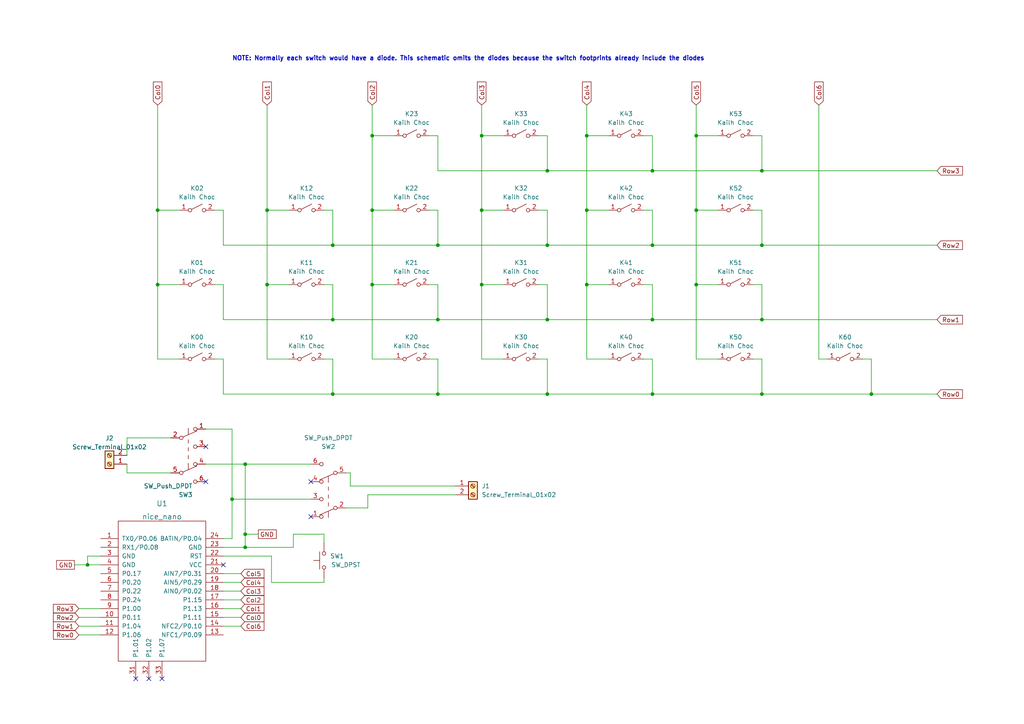
<source format=kicad_sch>
(kicad_sch (version 20211123) (generator eeschema)
  (paper "A4")
  (lib_symbols
    (symbol "Connector:Screw_Terminal_01x02" (pin_names (offset 1.016) hide)
      (property "Reference" "J" (at 0 2.54 0))
      (property "Value" "Screw_Terminal_01x02" (at 0 -5.08 0))
      (symbol "Screw_Terminal_01x02_1_1"
        (rectangle (start -1.27 1.27) (end 1.27 -3.81) (stroke (width 0.254)) (fill (type background)))
        (circle (center 0 -2.54) (radius 0.635) (stroke (width 0.1524)))
        (polyline (pts (xy -0.5334 -2.2098) (xy 0.3302 -3.048)) (stroke (width 0.1524)))
        (polyline (pts (xy -0.5334 0.3302) (xy 0.3302 -0.508)) (stroke (width 0.1524)))
        (polyline (pts (xy -0.3556 -2.032) (xy 0.508 -2.8702)) (stroke (width 0.1524)))
        (polyline (pts (xy -0.3556 0.508) (xy 0.508 -0.3302)) (stroke (width 0.1524)))
        (circle (center 0 0) (radius 0.635) (stroke (width 0.1524)))
        (pin passive line (at -5.08 0 0) (length 3.81) (name "Pin_1") (number "1"))
        (pin passive line (at -5.08 -2.54 0) (length 3.81) (name "Pin_2") (number "2"))
      )
    )
    (symbol "Switch:SW_Push" (pin_numbers hide) (pin_names (offset 1.016) hide)
      (property "Reference" "SW" (at 1.27 2.54 0))
      (property "Value" "SW_Push" (at 0 -1.524 0))
      (symbol "SW_Push_0_1"
        (circle (center -2.032 0) (radius 0.508))
        (polyline (pts (xy 0 1.27) (xy 0 3.048)))
        (polyline (pts (xy 2.54 1.27) (xy -2.54 1.27)))
        (circle (center 2.032 0) (radius 0.508))
        (pin passive line (at -5.08 0 0) (length 2.54) (name "1") (number "1"))
        (pin passive line (at 5.08 0 180) (length 2.54) (name "2") (number "2"))
      )
    )
    (symbol "Switch:SW_Push_DPDT" (pin_names (offset 0) hide)
      (property "Reference" "SW" (at 0 8.89 0))
      (property "Value" "SW_Push_DPDT" (at 0 -10.16 0))
      (symbol "SW_Push_DPDT_0_0"
        (circle (center -2.032 -5.08) (radius 0.508))
        (circle (center -2.032 5.08) (radius 0.508))
        (circle (center 2.032 -7.62) (radius 0.508))
        (circle (center 2.032 2.54) (radius 0.508))
      )
      (symbol "SW_Push_DPDT_0_1"
        (polyline (pts (xy -1.524 -4.826) (xy 2.54 -3.048)))
        (polyline (pts (xy -1.524 5.334) (xy 2.54 7.112)))
        (polyline (pts (xy 0 -2.286) (xy 0 -4.064)))
        (polyline (pts (xy 0 -1.016) (xy 0 0)))
        (polyline (pts (xy 0 1.27) (xy 0 2.286)))
        (polyline (pts (xy 0 3.556) (xy 0 4.572)))
        (polyline (pts (xy 0 7.874) (xy 0 6.096)))
        (circle (center 2.032 -2.54) (radius 0.508))
        (circle (center 2.032 7.62) (radius 0.508))
      )
      (symbol "SW_Push_DPDT_1_1"
        (pin passive line (at 5.08 7.62 180) (length 2.54) (name "A") (number "1"))
        (pin passive line (at -5.08 5.08 0) (length 2.54) (name "B") (number "2"))
        (pin passive line (at 5.08 2.54 180) (length 2.54) (name "C") (number "3"))
        (pin passive line (at 5.08 -2.54 180) (length 2.54) (name "A") (number "4"))
        (pin passive line (at -5.08 -5.08 0) (length 2.54) (name "B") (number "5"))
        (pin passive line (at 5.08 -7.62 180) (length 2.54) (name "C") (number "6"))
      )
    )
    (symbol "Switch:SW_SPST" (pin_names (offset 0) hide)
      (property "Reference" "SW" (at 0 3.175 0))
      (property "Value" "SW_SPST" (at 0 -2.54 0))
      (symbol "SW_SPST_0_0"
        (circle (center -2.032 0) (radius 0.508))
        (polyline (pts (xy -1.524 0.254) (xy 1.524 1.778)))
        (circle (center 2.032 0) (radius 0.508))
      )
      (symbol "SW_SPST_1_1"
        (pin passive line (at -5.08 0 0) (length 2.54) (name "A") (number "1"))
        (pin passive line (at 5.08 0 180) (length 2.54) (name "B") (number "2"))
      )
    )
    (symbol "nice_nano:nice_nano" (pin_names (offset 1.016))
      (property "Reference" "U" (at 0 0 0))
      (property "Value" "nice_nano" (at 0 2.54 0))
      (symbol "nice_nano_0_1"
        (rectangle (start -12.7 -21.59) (end 12.7 19.05))
      )
      (symbol "nice_nano_1_1"
        (pin input line (at -17.78 13.97 0) (length 5.08) (name "TX0/P0.06") (number "1"))
        (pin input line (at -17.78 -8.89 0) (length 5.08) (name "P0.11") (number "10"))
        (pin input line (at -17.78 -11.43 0) (length 5.08) (name "P1.04") (number "11"))
        (pin input line (at -17.78 -13.97 0) (length 5.08) (name "P1.06") (number "12"))
        (pin input line (at 17.78 -13.97 180) (length 5.08) (name "NFC1/P0.09") (number "13"))
        (pin input line (at 17.78 -11.43 180) (length 5.08) (name "NFC2/P0.10") (number "14"))
        (pin input line (at 17.78 -8.89 180) (length 5.08) (name "P1.11") (number "15"))
        (pin input line (at 17.78 -6.35 180) (length 5.08) (name "P1.13") (number "16"))
        (pin input line (at 17.78 -3.81 180) (length 5.08) (name "P1.15") (number "17"))
        (pin input line (at 17.78 -1.27 180) (length 5.08) (name "AIN0/P0.02") (number "18"))
        (pin input line (at 17.78 1.27 180) (length 5.08) (name "AIN5/P0.29") (number "19"))
        (pin input line (at -17.78 11.43 0) (length 5.08) (name "RX1/P0.08") (number "2"))
        (pin input line (at 17.78 3.81 180) (length 5.08) (name "AIN7/P0.31") (number "20"))
        (pin input line (at 17.78 6.35 180) (length 5.08) (name "VCC") (number "21"))
        (pin input line (at 17.78 8.89 180) (length 5.08) (name "RST") (number "22"))
        (pin input line (at 17.78 11.43 180) (length 5.08) (name "GND") (number "23"))
        (pin input line (at 17.78 13.97 180) (length 5.08) (name "BATIN/P0.04") (number "24"))
        (pin input line (at -17.78 8.89 0) (length 5.08) (name "GND") (number "3"))
        (pin input line (at -7.62 -26.67 90) (length 5.08) (name "P1.01") (number "31"))
        (pin input line (at -3.81 -26.67 90) (length 5.08) (name "P1.02") (number "32"))
        (pin input line (at 0 -26.67 90) (length 5.08) (name "P1.07") (number "33"))
        (pin input line (at -17.78 6.35 0) (length 5.08) (name "GND") (number "4"))
        (pin input line (at -17.78 3.81 0) (length 5.08) (name "P0.17") (number "5"))
        (pin input line (at -17.78 1.27 0) (length 5.08) (name "P0.20") (number "6"))
        (pin input line (at -17.78 -1.27 0) (length 5.08) (name "P0.22") (number "7"))
        (pin input line (at -17.78 -3.81 0) (length 5.08) (name "P0.24") (number "8"))
        (pin input line (at -17.78 -6.35 0) (length 5.08) (name "P1.00") (number "9"))
      )
    )
  )
  (junction (at 107.95 82.55))
  (junction (at 139.7 60.96))
  (junction (at 252.73 114.3))
  (junction (at 220.98 92.71))
  (junction (at 71.12 154.94))
  (junction (at 189.23 114.3))
  (junction (at 158.75 71.12))
  (junction (at 71.12 158.75))
  (junction (at 71.12 134.62))
  (junction (at 201.93 60.96))
  (junction (at 96.52 114.3))
  (junction (at 127 71.12))
  (junction (at 220.98 49.53))
  (junction (at 127 114.3))
  (junction (at 25.4 163.83))
  (junction (at 107.95 60.96))
  (junction (at 96.52 71.12))
  (junction (at 189.23 71.12))
  (junction (at 158.75 114.3))
  (junction (at 170.18 82.55))
  (junction (at 189.23 49.53))
  (junction (at 189.23 92.71))
  (junction (at 96.52 92.71))
  (junction (at 158.75 49.53))
  (junction (at 127 92.71))
  (junction (at 201.93 39.37))
  (junction (at 220.98 114.3))
  (junction (at 201.93 82.55))
  (junction (at 67.31 144.78))
  (junction (at 139.7 39.37))
  (junction (at 170.18 39.37))
  (junction (at 77.47 60.96))
  (junction (at 45.72 60.96))
  (junction (at 220.98 71.12))
  (junction (at 45.72 82.55))
  (junction (at 107.95 39.37))
  (junction (at 139.7 82.55))
  (junction (at 77.47 82.55))
  (junction (at 158.75 92.71))
  (junction (at 170.18 60.96))
  (no_connect (at 90.17 149.86))
  (no_connect (at 90.17 139.7))
  (no_connect (at 59.69 129.54))
  (no_connect (at 59.69 139.7))
  (no_connect (at 64.77 163.83))
  (no_connect (at 46.99 196.85))
  (no_connect (at 43.18 196.85))
  (no_connect (at 39.37 196.85))
  (wire (pts (xy 101.6 140.97) (xy 101.6 137.16)))
  (wire (pts (xy 237.49 30.48) (xy 237.49 104.14)))
  (wire (pts (xy 90.17 134.62) (xy 71.12 134.62)))
  (wire (pts (xy 45.72 30.48) (xy 45.72 60.96)))
  (wire (pts (xy 77.47 60.96) (xy 83.82 60.96)))
  (wire (pts (xy 220.98 104.14) (xy 220.98 114.3)))
  (wire (pts (xy 25.4 163.83) (xy 29.21 163.83)))
  (wire (pts (xy 158.75 39.37) (xy 156.21 39.37)))
  (wire (pts (xy 93.98 154.94) (xy 85.09 154.94)))
  (wire (pts (xy 170.18 39.37) (xy 176.53 39.37)))
  (wire (pts (xy 64.77 92.71) (xy 96.52 92.71)))
  (wire (pts (xy 252.73 104.14) (xy 252.73 114.3)))
  (wire (pts (xy 107.95 39.37) (xy 107.95 60.96)))
  (wire (pts (xy 170.18 104.14) (xy 176.53 104.14)))
  (wire (pts (xy 158.75 92.71) (xy 189.23 92.71)))
  (wire (pts (xy 25.4 161.29) (xy 25.4 163.83)))
  (wire (pts (xy 107.95 60.96) (xy 107.95 82.55)))
  (wire (pts (xy 96.52 104.14) (xy 96.52 114.3)))
  (wire (pts (xy 77.47 30.48) (xy 77.47 60.96)))
  (wire (pts (xy 189.23 60.96) (xy 189.23 71.12)))
  (wire (pts (xy 96.52 60.96) (xy 93.98 60.96)))
  (wire (pts (xy 170.18 30.48) (xy 170.18 39.37)))
  (wire (pts (xy 36.83 137.16) (xy 36.83 134.62)))
  (wire (pts (xy 127 92.71) (xy 158.75 92.71)))
  (wire (pts (xy 220.98 114.3) (xy 252.73 114.3)))
  (wire (pts (xy 64.77 71.12) (xy 96.52 71.12)))
  (wire (pts (xy 64.77 179.07) (xy 69.85 179.07)))
  (wire (pts (xy 189.23 60.96) (xy 186.69 60.96)))
  (wire (pts (xy 67.31 156.21) (xy 64.77 156.21)))
  (wire (pts (xy 106.68 143.51) (xy 132.08 143.51)))
  (wire (pts (xy 49.53 137.16) (xy 36.83 137.16)))
  (wire (pts (xy 220.98 82.55) (xy 220.98 92.71)))
  (wire (pts (xy 64.77 82.55) (xy 62.23 82.55)))
  (wire (pts (xy 106.68 143.51) (xy 106.68 147.32)))
  (wire (pts (xy 252.73 114.3) (xy 271.78 114.3)))
  (wire (pts (xy 220.98 39.37) (xy 220.98 49.53)))
  (wire (pts (xy 220.98 82.55) (xy 218.44 82.55)))
  (wire (pts (xy 77.47 104.14) (xy 83.82 104.14)))
  (wire (pts (xy 189.23 71.12) (xy 220.98 71.12)))
  (wire (pts (xy 71.12 158.75) (xy 71.12 154.94)))
  (wire (pts (xy 170.18 60.96) (xy 170.18 82.55)))
  (wire (pts (xy 127 82.55) (xy 127 92.71)))
  (wire (pts (xy 64.77 176.53) (xy 69.85 176.53)))
  (wire (pts (xy 64.77 171.45) (xy 69.85 171.45)))
  (wire (pts (xy 139.7 82.55) (xy 139.7 104.14)))
  (wire (pts (xy 64.77 82.55) (xy 64.77 92.71)))
  (wire (pts (xy 189.23 39.37) (xy 189.23 49.53)))
  (wire (pts (xy 220.98 92.71) (xy 271.78 92.71)))
  (wire (pts (xy 22.86 184.15) (xy 29.21 184.15)))
  (wire (pts (xy 220.98 39.37) (xy 218.44 39.37)))
  (wire (pts (xy 59.69 124.46) (xy 67.31 124.46)))
  (wire (pts (xy 189.23 114.3) (xy 220.98 114.3)))
  (wire (pts (xy 170.18 60.96) (xy 176.53 60.96)))
  (wire (pts (xy 201.93 60.96) (xy 201.93 82.55)))
  (wire (pts (xy 49.53 127) (xy 36.83 127)))
  (wire (pts (xy 139.7 39.37) (xy 139.7 60.96)))
  (wire (pts (xy 127 114.3) (xy 158.75 114.3)))
  (wire (pts (xy 45.72 60.96) (xy 52.07 60.96)))
  (wire (pts (xy 96.52 60.96) (xy 96.52 71.12)))
  (wire (pts (xy 64.77 161.29) (xy 78.74 161.29)))
  (wire (pts (xy 139.7 30.48) (xy 139.7 39.37)))
  (wire (pts (xy 158.75 71.12) (xy 189.23 71.12)))
  (wire (pts (xy 170.18 39.37) (xy 170.18 60.96)))
  (wire (pts (xy 127 82.55) (xy 124.46 82.55)))
  (wire (pts (xy 29.21 161.29) (xy 25.4 161.29)))
  (wire (pts (xy 127 104.14) (xy 127 114.3)))
  (wire (pts (xy 170.18 82.55) (xy 170.18 104.14)))
  (wire (pts (xy 127 60.96) (xy 127 71.12)))
  (wire (pts (xy 189.23 92.71) (xy 220.98 92.71)))
  (wire (pts (xy 201.93 82.55) (xy 201.93 104.14)))
  (wire (pts (xy 93.98 157.48) (xy 93.98 154.94)))
  (wire (pts (xy 101.6 140.97) (xy 132.08 140.97)))
  (wire (pts (xy 78.74 168.91) (xy 93.98 168.91)))
  (wire (pts (xy 64.77 114.3) (xy 96.52 114.3)))
  (wire (pts (xy 220.98 60.96) (xy 220.98 71.12)))
  (wire (pts (xy 77.47 82.55) (xy 83.82 82.55)))
  (wire (pts (xy 107.95 60.96) (xy 114.3 60.96)))
  (wire (pts (xy 67.31 124.46) (xy 67.31 144.78)))
  (wire (pts (xy 127 49.53) (xy 158.75 49.53)))
  (wire (pts (xy 22.86 176.53) (xy 29.21 176.53)))
  (wire (pts (xy 220.98 71.12) (xy 271.78 71.12)))
  (wire (pts (xy 107.95 39.37) (xy 114.3 39.37)))
  (wire (pts (xy 139.7 39.37) (xy 146.05 39.37)))
  (wire (pts (xy 71.12 154.94) (xy 74.93 154.94)))
  (wire (pts (xy 158.75 104.14) (xy 158.75 114.3)))
  (wire (pts (xy 64.77 60.96) (xy 62.23 60.96)))
  (wire (pts (xy 45.72 104.14) (xy 52.07 104.14)))
  (wire (pts (xy 71.12 134.62) (xy 71.12 154.94)))
  (wire (pts (xy 201.93 82.55) (xy 208.28 82.55)))
  (wire (pts (xy 201.93 39.37) (xy 201.93 60.96)))
  (wire (pts (xy 201.93 60.96) (xy 208.28 60.96)))
  (wire (pts (xy 96.52 82.55) (xy 96.52 92.71)))
  (wire (pts (xy 158.75 49.53) (xy 189.23 49.53)))
  (wire (pts (xy 93.98 167.64) (xy 93.98 168.91)))
  (wire (pts (xy 64.77 104.14) (xy 64.77 114.3)))
  (wire (pts (xy 189.23 104.14) (xy 186.69 104.14)))
  (wire (pts (xy 64.77 166.37) (xy 69.85 166.37)))
  (wire (pts (xy 189.23 104.14) (xy 189.23 114.3)))
  (wire (pts (xy 25.4 163.83) (xy 21.59 163.83)))
  (wire (pts (xy 201.93 39.37) (xy 208.28 39.37)))
  (wire (pts (xy 64.77 60.96) (xy 64.77 71.12)))
  (wire (pts (xy 189.23 82.55) (xy 186.69 82.55)))
  (wire (pts (xy 45.72 82.55) (xy 45.72 104.14)))
  (wire (pts (xy 139.7 60.96) (xy 139.7 82.55)))
  (wire (pts (xy 100.33 147.32) (xy 106.68 147.32)))
  (wire (pts (xy 59.69 134.62) (xy 71.12 134.62)))
  (wire (pts (xy 158.75 39.37) (xy 158.75 49.53)))
  (wire (pts (xy 78.74 161.29) (xy 78.74 168.91)))
  (wire (pts (xy 100.33 137.16) (xy 101.6 137.16)))
  (wire (pts (xy 139.7 104.14) (xy 146.05 104.14)))
  (wire (pts (xy 45.72 60.96) (xy 45.72 82.55)))
  (wire (pts (xy 189.23 39.37) (xy 186.69 39.37)))
  (wire (pts (xy 158.75 82.55) (xy 158.75 92.71)))
  (wire (pts (xy 158.75 60.96) (xy 156.21 60.96)))
  (wire (pts (xy 127 39.37) (xy 124.46 39.37)))
  (wire (pts (xy 96.52 92.71) (xy 127 92.71)))
  (wire (pts (xy 220.98 60.96) (xy 218.44 60.96)))
  (wire (pts (xy 107.95 82.55) (xy 107.95 104.14)))
  (wire (pts (xy 96.52 82.55) (xy 93.98 82.55)))
  (wire (pts (xy 96.52 104.14) (xy 93.98 104.14)))
  (wire (pts (xy 77.47 82.55) (xy 77.47 104.14)))
  (wire (pts (xy 107.95 30.48) (xy 107.95 39.37)))
  (wire (pts (xy 96.52 71.12) (xy 127 71.12)))
  (wire (pts (xy 64.77 168.91) (xy 69.85 168.91)))
  (wire (pts (xy 158.75 82.55) (xy 156.21 82.55)))
  (wire (pts (xy 158.75 114.3) (xy 189.23 114.3)))
  (wire (pts (xy 22.86 181.61) (xy 29.21 181.61)))
  (wire (pts (xy 22.86 179.07) (xy 29.21 179.07)))
  (wire (pts (xy 189.23 49.53) (xy 220.98 49.53)))
  (wire (pts (xy 85.09 154.94) (xy 85.09 158.75)))
  (wire (pts (xy 107.95 82.55) (xy 114.3 82.55)))
  (wire (pts (xy 71.12 158.75) (xy 85.09 158.75)))
  (wire (pts (xy 127 39.37) (xy 127 49.53)))
  (wire (pts (xy 220.98 49.53) (xy 271.78 49.53)))
  (wire (pts (xy 45.72 82.55) (xy 52.07 82.55)))
  (wire (pts (xy 220.98 104.14) (xy 218.44 104.14)))
  (wire (pts (xy 127 60.96) (xy 124.46 60.96)))
  (wire (pts (xy 127 71.12) (xy 158.75 71.12)))
  (wire (pts (xy 127 104.14) (xy 124.46 104.14)))
  (wire (pts (xy 67.31 144.78) (xy 90.17 144.78)))
  (wire (pts (xy 139.7 82.55) (xy 146.05 82.55)))
  (wire (pts (xy 189.23 82.55) (xy 189.23 92.71)))
  (wire (pts (xy 252.73 104.14) (xy 250.19 104.14)))
  (wire (pts (xy 237.49 104.14) (xy 240.03 104.14)))
  (wire (pts (xy 77.47 60.96) (xy 77.47 82.55)))
  (wire (pts (xy 36.83 127) (xy 36.83 132.08)))
  (wire (pts (xy 64.77 173.99) (xy 69.85 173.99)))
  (wire (pts (xy 158.75 104.14) (xy 156.21 104.14)))
  (wire (pts (xy 201.93 30.48) (xy 201.93 39.37)))
  (wire (pts (xy 158.75 60.96) (xy 158.75 71.12)))
  (wire (pts (xy 64.77 104.14) (xy 62.23 104.14)))
  (wire (pts (xy 67.31 144.78) (xy 67.31 156.21)))
  (wire (pts (xy 64.77 181.61) (xy 69.85 181.61)))
  (wire (pts (xy 139.7 60.96) (xy 146.05 60.96)))
  (wire (pts (xy 170.18 82.55) (xy 176.53 82.55)))
  (wire (pts (xy 96.52 114.3) (xy 127 114.3)))
  (wire (pts (xy 64.77 158.75) (xy 71.12 158.75)))
  (wire (pts (xy 201.93 104.14) (xy 208.28 104.14)))
  (wire (pts (xy 107.95 104.14) (xy 114.3 104.14)))
  (text "NOTE: Normally each switch would have a diode. This schematic omits the diodes because the switch footprints already include the diodes" (at 67.31 17.78 0) (effects (font (size 1.27 1.27) (thickness 0.254) bold) (justify left bottom)))
  (global_label "Row2" (shape input) (at 271.78 71.12 0) (property "Intersheet References" "${INTERSHEET_REFS}" (effects hide)))
  (global_label "Col2" (shape input) (at 107.95 30.48 90) (property "Intersheet References" "${INTERSHEET_REFS}" (effects hide)))
  (global_label "Row3" (shape input) (at 22.86 176.53 180) (property "Intersheet References" "${INTERSHEET_REFS}" (effects hide)))
  (global_label "Col4" (shape input) (at 69.85 168.91 0) (property "Intersheet References" "${INTERSHEET_REFS}" (effects hide)))
  (global_label "Col4" (shape input) (at 170.18 30.48 90) (property "Intersheet References" "${INTERSHEET_REFS}" (effects hide)))
  (global_label "Col0" (shape input) (at 69.85 179.07 0) (property "Intersheet References" "${INTERSHEET_REFS}" (effects hide)))
  (global_label "Row0" (shape input) (at 22.86 184.15 180) (property "Intersheet References" "${INTERSHEET_REFS}" (effects hide)))
  (global_label "Col5" (shape input) (at 69.85 166.37 0) (property "Intersheet References" "${INTERSHEET_REFS}" (effects hide)))
  (global_label "Col1" (shape input) (at 77.47 30.48 90) (property "Intersheet References" "${INTERSHEET_REFS}" (effects hide)))
  (global_label "Col0" (shape input) (at 45.72 30.48 90) (property "Intersheet References" "${INTERSHEET_REFS}" (effects hide)))
  (global_label "Col2" (shape input) (at 69.85 173.99 0) (property "Intersheet References" "${INTERSHEET_REFS}" (effects hide)))
  (global_label "GND" (shape passive) (at 21.59 163.83 180) (property "Intersheet References" "${INTERSHEET_REFS}" (effects hide)))
  (global_label "Row0" (shape input) (at 271.78 114.3 0) (property "Intersheet References" "${INTERSHEET_REFS}" (effects hide)))
  (global_label "Col6" (shape input) (at 237.49 30.48 90) (property "Intersheet References" "${INTERSHEET_REFS}" (effects hide)))
  (global_label "Col3" (shape input) (at 139.7 30.48 90) (property "Intersheet References" "${INTERSHEET_REFS}" (effects hide)))
  (global_label "Col5" (shape input) (at 201.93 30.48 90) (property "Intersheet References" "${INTERSHEET_REFS}" (effects hide)))
  (global_label "Col6" (shape input) (at 69.85 181.61 0) (property "Intersheet References" "${INTERSHEET_REFS}" (effects hide)))
  (global_label "Row2" (shape input) (at 22.86 179.07 180) (property "Intersheet References" "${INTERSHEET_REFS}" (effects hide)))
  (global_label "GND" (shape passive) (at 74.93 154.94 0) (property "Intersheet References" "${INTERSHEET_REFS}" (effects hide)))
  (global_label "Row1" (shape input) (at 22.86 181.61 180) (property "Intersheet References" "${INTERSHEET_REFS}" (effects hide)))
  (global_label "Row1" (shape input) (at 271.78 92.71 0) (property "Intersheet References" "${INTERSHEET_REFS}" (effects hide)))
  (global_label "Row3" (shape input) (at 271.78 49.53 0) (property "Intersheet References" "${INTERSHEET_REFS}" (effects hide)))
  (global_label "Col3" (shape input) (at 69.85 171.45 0) (property "Intersheet References" "${INTERSHEET_REFS}" (effects hide)))
  (global_label "Col1" (shape input) (at 69.85 176.53 0) (property "Intersheet References" "${INTERSHEET_REFS}" (effects hide)))
  (symbol (lib_id "Switch:SW_SPST") (at 151.13 104.14 0) (unit 1)
    (property "Reference" "K30" (at 151.13 97.79 0))
    (property "Value" "Kailh Choc" (at 151.13 100.33 0))
    (property "Footprint" "lib:Kailh_socket_PG1350_reversible" (effects hide))
  )
  (symbol (lib_id "Switch:SW_SPST") (at 57.15 104.14 0) (unit 1)
    (property "Reference" "K00" (at 57.15 97.79 0))
    (property "Value" "Kailh Choc" (at 57.15 100.33 0))
    (property "Footprint" "lib:Kailh_socket_PG1350_reversible" (effects hide))
  )
  (symbol (lib_id "Switch:SW_SPST") (at 213.36 82.55 0) (unit 1)
    (property "Reference" "K51" (at 213.36 76.2 0))
    (property "Value" "Kailh Choc" (at 213.36 78.74 0))
    (property "Footprint" "lib:Kailh_socket_PG1350_reversible" (effects hide))
  )
  (symbol (lib_id "Switch:SW_Push_DPDT") (at 54.61 132.08 0) (unit 1)
    (property "Reference" "SW3" (at 55.88 143.51 0) (effects (justify right)))
    (property "Value" "SW_Push_DPDT" (at 55.8799 140.97 0) (effects (justify right)))
    (property "Footprint" "lib:SW_JS202011SCQN (Reverse Mount)" (effects hide))
  )
  (symbol (lib_id "Switch:SW_SPST") (at 151.13 39.37 0) (unit 1)
    (property "Reference" "K33" (at 151.13 33.02 0))
    (property "Value" "Kailh Choc" (at 151.13 35.56 0))
    (property "Footprint" "lib:Kailh_socket_PG1350_reversible" (effects hide))
  )
  (symbol (lib_id "Switch:SW_SPST") (at 213.36 60.96 0) (unit 1)
    (property "Reference" "K52" (at 213.36 54.61 0))
    (property "Value" "Kailh Choc" (at 213.36 57.15 0))
    (property "Footprint" "lib:Kailh_socket_PG1350_reversible" (effects hide))
  )
  (symbol (lib_id "Switch:SW_SPST") (at 119.38 60.96 0) (unit 1)
    (property "Reference" "K22" (at 119.38 54.61 0))
    (property "Value" "Kailh Choc" (at 119.38 57.15 0))
    (property "Footprint" "lib:Kailh_socket_PG1350_reversible" (effects hide))
  )
  (symbol (lib_id "Connector:Screw_Terminal_01x02") (at 31.75 134.62 180) (unit 1)
    (property "Reference" "J2" (at 31.75 127.1102 0))
    (property "Value" "Screw_Terminal_01x02" (at 31.75 129.6471 0))
    (property "Footprint" "lib:BM02B-ACHSS-GAN-ETF" (effects hide))
    (property "Datasheet" "https://www.jst-mfg.com/product/pdf/eng/ePH.pdf" (effects hide))
  )
  (symbol (lib_id "Switch:SW_SPST") (at 181.61 82.55 0) (unit 1)
    (property "Reference" "K41" (at 181.61 76.2 0))
    (property "Value" "Kailh Choc" (at 181.61 78.74 0))
    (property "Footprint" "lib:Kailh_socket_PG1350_reversible" (effects hide))
  )
  (symbol (lib_id "Switch:SW_SPST") (at 181.61 39.37 0) (unit 1)
    (property "Reference" "K43" (at 181.61 33.02 0))
    (property "Value" "Kailh Choc" (at 181.61 35.56 0))
    (property "Footprint" "lib:Kailh_socket_PG1350_reversible" (effects hide))
  )
  (symbol (lib_id "Switch:SW_SPST") (at 119.38 104.14 0) (unit 1)
    (property "Reference" "K20" (at 119.38 97.79 0))
    (property "Value" "Kailh Choc" (at 119.38 100.33 0))
    (property "Footprint" "lib:Kailh_socket_PG1350_reversible" (effects hide))
  )
  (symbol (lib_id "nice_nano:nice_nano") (at 46.99 170.18 0) (unit 1)
    (property "Reference" "U1" (at 46.99 146.05 0) (effects (font (size 1.524 1.524))))
    (property "Value" "nice_nano" (at 46.99 149.86 0) (effects (font (size 1.524 1.524))))
    (property "Footprint" "Package_DIP:DIP-24_W15.24mm_Socket" (effects hide))
  )
  (symbol (lib_id "Switch:SW_SPST") (at 57.15 60.96 0) (unit 1)
    (property "Reference" "K02" (at 57.15 54.61 0))
    (property "Value" "Kailh Choc" (at 57.15 57.15 0))
    (property "Footprint" "lib:Kailh_socket_PG1350_reversible" (effects hide))
  )
  (symbol (lib_id "Switch:SW_SPST") (at 151.13 82.55 0) (unit 1)
    (property "Reference" "K31" (at 151.13 76.2 0))
    (property "Value" "Kailh Choc" (at 151.13 78.74 0))
    (property "Footprint" "lib:Kailh_socket_PG1350_reversible" (effects hide))
  )
  (symbol (lib_id "Switch:SW_SPST") (at 213.36 39.37 0) (unit 1)
    (property "Reference" "K53" (at 213.36 33.02 0))
    (property "Value" "Kailh Choc" (at 213.36 35.56 0))
    (property "Footprint" "lib:Kailh_socket_PG1350_reversible" (effects hide))
  )
  (symbol (lib_id "Connector:Screw_Terminal_01x02") (at 137.16 140.97 0) (unit 1)
    (property "Reference" "J1" (at 139.7 140.9699 0) (effects (justify left)))
    (property "Value" "Screw_Terminal_01x02" (at 139.7 143.5099 0) (effects (justify left)))
    (property "Footprint" "lib:BM02B-ACHSS-GAN-ETF" (effects hide))
    (property "Datasheet" "https://www.jst-mfg.com/product/pdf/eng/ePH.pdf" (effects hide))
  )
  (symbol (lib_id "Switch:SW_SPST") (at 213.36 104.14 0) (unit 1)
    (property "Reference" "K50" (at 213.36 97.79 0))
    (property "Value" "Kailh Choc" (at 213.36 100.33 0))
    (property "Footprint" "lib:Kailh_socket_PG1350_reversible" (effects hide))
  )
  (symbol (lib_id "Switch:SW_SPST") (at 119.38 39.37 0) (unit 1)
    (property "Reference" "K23" (at 119.38 33.02 0))
    (property "Value" "Kailh Choc" (at 119.38 35.56 0))
    (property "Footprint" "lib:Kailh_socket_PG1350_reversible" (effects hide))
  )
  (symbol (lib_id "Switch:SW_SPST") (at 88.9 82.55 0) (unit 1)
    (property "Reference" "K11" (at 88.9 76.2 0))
    (property "Value" "Kailh Choc" (at 88.9 78.74 0))
    (property "Footprint" "lib:Kailh_socket_PG1350_reversible" (effects hide))
  )
  (symbol (lib_id "Switch:SW_SPST") (at 88.9 60.96 0) (unit 1)
    (property "Reference" "K12" (at 88.9 54.61 0))
    (property "Value" "Kailh Choc" (at 88.9 57.15 0))
    (property "Footprint" "lib:Kailh_socket_PG1350_reversible" (effects hide))
  )
  (symbol (lib_id "Switch:SW_SPST") (at 119.38 82.55 0) (unit 1)
    (property "Reference" "K21" (at 119.38 76.2 0))
    (property "Value" "Kailh Choc" (at 119.38 78.74 0))
    (property "Footprint" "lib:Kailh_socket_PG1350_reversible" (effects hide))
  )
  (symbol (lib_id "Switch:SW_SPST") (at 151.13 60.96 0) (unit 1)
    (property "Reference" "K32" (at 151.13 54.61 0))
    (property "Value" "Kailh Choc" (at 151.13 57.15 0))
    (property "Footprint" "lib:Kailh_socket_PG1350_reversible" (effects hide))
  )
  (symbol (lib_id "Switch:SW_SPST") (at 57.15 82.55 0) (unit 1)
    (property "Reference" "K01" (at 57.15 76.2 0))
    (property "Value" "Kailh Choc" (at 57.15 78.74 0))
    (property "Footprint" "lib:Kailh_socket_PG1350_reversible" (effects hide))
  )
  (symbol (lib_id "Switch:SW_SPST") (at 181.61 104.14 0) (unit 1)
    (property "Reference" "K40" (at 181.61 97.79 0))
    (property "Value" "Kailh Choc" (at 181.61 100.33 0))
    (property "Footprint" "lib:Kailh_socket_PG1350_reversible" (effects hide))
  )
  (symbol (lib_id "Switch:SW_Push_DPDT") (at 95.25 142.24 180) (unit 1)
    (property "Reference" "SW2" (at 95.25 129.54 0))
    (property "Value" "SW_Push_DPDT" (at 95.25 127 0))
    (property "Footprint" "lib:SW_JS202011SCQN (Reverse Mount)" (effects hide))
  )
  (symbol (lib_id "Switch:SW_SPST") (at 245.11 104.14 0) (unit 1)
    (property "Reference" "K60" (at 245.11 97.79 0))
    (property "Value" "Kailh Choc" (at 245.11 100.33 0))
    (property "Footprint" "lib:Kailh_socket_PG1350_reversible" (effects hide))
  )
  (symbol (lib_id "Switch:SW_SPST") (at 88.9 104.14 0) (unit 1)
    (property "Reference" "K10" (at 88.9 97.79 0))
    (property "Value" "Kailh Choc" (at 88.9 100.33 0))
    (property "Footprint" "lib:Kailh_socket_PG1350_reversible" (effects hide))
  )
  (symbol (lib_id "Switch:SW_SPST") (at 181.61 60.96 0) (unit 1)
    (property "Reference" "K42" (at 181.61 54.61 0))
    (property "Value" "Kailh Choc" (at 181.61 57.15 0))
    (property "Footprint" "lib:Kailh_socket_PG1350_reversible" (effects hide))
  )
  (symbol (lib_id "Switch:SW_Push") (at 93.98 162.56 90) (unit 1)
    (property "Reference" "SW1" (at 97.79 161.29 90))
    (property "Value" "SW_DPST" (at 100.33 163.83 90))
    (property "Footprint" "Button_Switch_THT:SW_PUSH_6mm" (effects hide))
  )
)
</source>
